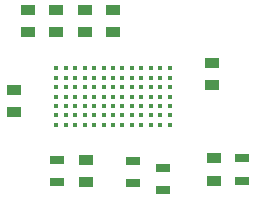
<source format=gtp>
G04*
G04 #@! TF.GenerationSoftware,Altium Limited,Altium Designer,23.3.1 (30)*
G04*
G04 Layer_Color=8421504*
%FSLAX44Y44*%
%MOMM*%
G71*
G04*
G04 #@! TF.SameCoordinates,88914B4D-56C6-40B9-BAF4-16A5A3F371A8*
G04*
G04*
G04 #@! TF.FilePolarity,Positive*
G04*
G01*
G75*
%ADD12R,1.3000X0.7000*%
%ADD13R,1.3000X0.9000*%
%ADD14C,0.4500*%
D12*
X314500Y177250D02*
D03*
Y196250D02*
D03*
X381750Y204250D02*
D03*
Y185250D02*
D03*
X225000Y203000D02*
D03*
Y184000D02*
D03*
X289250Y183250D02*
D03*
Y202250D02*
D03*
D13*
X224250Y330000D02*
D03*
Y311000D02*
D03*
X357750Y185250D02*
D03*
Y204250D02*
D03*
X249000Y184000D02*
D03*
Y203000D02*
D03*
X188250Y262000D02*
D03*
Y243000D02*
D03*
X248250Y311000D02*
D03*
Y330000D02*
D03*
X272250Y311000D02*
D03*
Y330000D02*
D03*
X200250Y311000D02*
D03*
Y330000D02*
D03*
X356000Y266250D02*
D03*
Y285250D02*
D03*
D14*
X320250Y280500D02*
D03*
Y272500D02*
D03*
Y264500D02*
D03*
Y256500D02*
D03*
Y248500D02*
D03*
Y240500D02*
D03*
Y232500D02*
D03*
X312250Y280500D02*
D03*
Y272500D02*
D03*
Y264500D02*
D03*
Y256500D02*
D03*
Y248500D02*
D03*
Y240500D02*
D03*
Y232500D02*
D03*
X304250Y280500D02*
D03*
Y272500D02*
D03*
Y264500D02*
D03*
Y256500D02*
D03*
Y248500D02*
D03*
Y240500D02*
D03*
Y232500D02*
D03*
X296250Y280500D02*
D03*
Y272500D02*
D03*
Y264500D02*
D03*
Y256500D02*
D03*
Y248500D02*
D03*
Y240500D02*
D03*
Y232500D02*
D03*
X288250Y280500D02*
D03*
Y272500D02*
D03*
Y264500D02*
D03*
Y256500D02*
D03*
Y248500D02*
D03*
Y240500D02*
D03*
Y232500D02*
D03*
X280250Y280500D02*
D03*
Y272500D02*
D03*
Y264500D02*
D03*
Y256500D02*
D03*
Y248500D02*
D03*
Y240500D02*
D03*
Y232500D02*
D03*
X272250Y280500D02*
D03*
Y272500D02*
D03*
Y264500D02*
D03*
Y256500D02*
D03*
Y248500D02*
D03*
Y240500D02*
D03*
Y232500D02*
D03*
X264250Y280500D02*
D03*
Y272500D02*
D03*
Y264500D02*
D03*
Y256500D02*
D03*
Y248500D02*
D03*
Y240500D02*
D03*
Y232500D02*
D03*
X256250Y280500D02*
D03*
Y272500D02*
D03*
Y264500D02*
D03*
Y256500D02*
D03*
Y248500D02*
D03*
Y240500D02*
D03*
Y232500D02*
D03*
X248250Y280500D02*
D03*
Y272500D02*
D03*
Y264500D02*
D03*
Y256500D02*
D03*
Y248500D02*
D03*
Y240500D02*
D03*
Y232500D02*
D03*
X240250Y280500D02*
D03*
Y272500D02*
D03*
Y264500D02*
D03*
Y256500D02*
D03*
Y248500D02*
D03*
Y240500D02*
D03*
Y232500D02*
D03*
X232250Y280500D02*
D03*
Y272500D02*
D03*
Y264500D02*
D03*
Y256500D02*
D03*
Y248500D02*
D03*
Y240500D02*
D03*
Y232500D02*
D03*
X224250Y280500D02*
D03*
Y272500D02*
D03*
Y264500D02*
D03*
Y256500D02*
D03*
Y248500D02*
D03*
Y240500D02*
D03*
Y232500D02*
D03*
M02*

</source>
